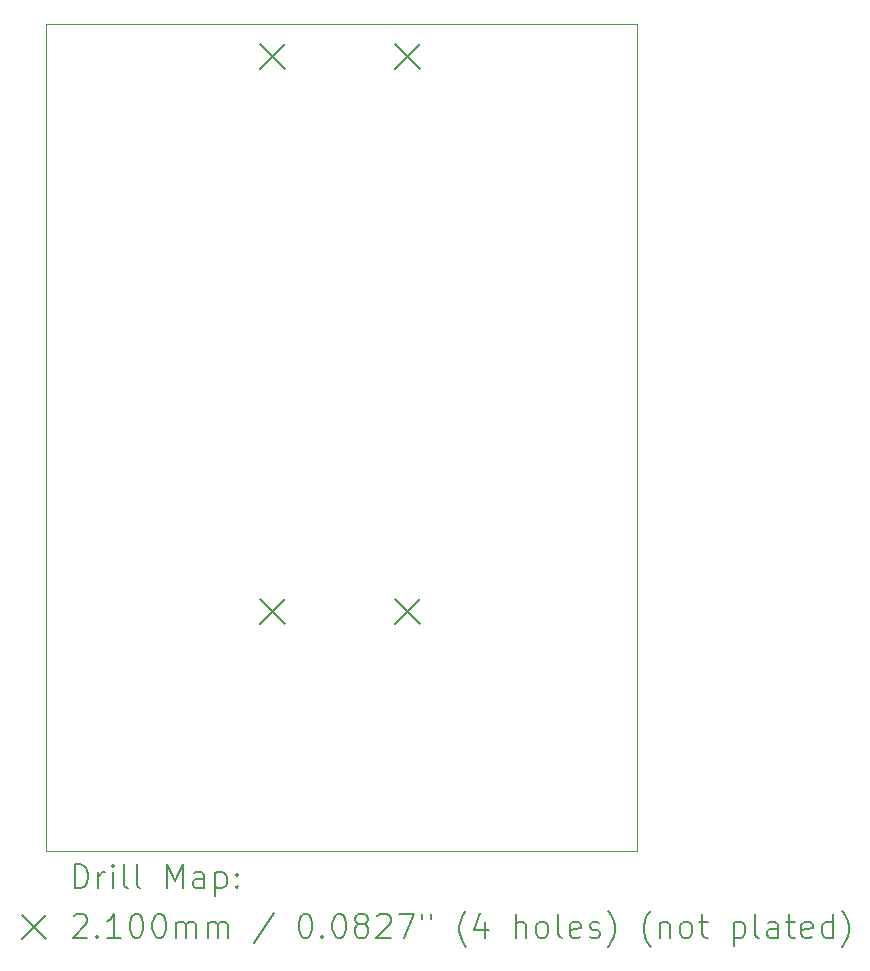
<source format=gbr>
%TF.GenerationSoftware,KiCad,Pcbnew,7.0.1*%
%TF.CreationDate,2023-04-10T15:25:29+01:00*%
%TF.ProjectId,pico-joystick,7069636f-2d6a-46f7-9973-7469636b2e6b,rev?*%
%TF.SameCoordinates,Original*%
%TF.FileFunction,Drillmap*%
%TF.FilePolarity,Positive*%
%FSLAX45Y45*%
G04 Gerber Fmt 4.5, Leading zero omitted, Abs format (unit mm)*
G04 Created by KiCad (PCBNEW 7.0.1) date 2023-04-10 15:25:29*
%MOMM*%
%LPD*%
G01*
G04 APERTURE LIST*
%ADD10C,0.100000*%
%ADD11C,0.200000*%
%ADD12C,0.210000*%
G04 APERTURE END LIST*
D10*
X12740000Y-6000000D02*
X17740000Y-6000000D01*
X17740000Y-13000000D01*
X12740000Y-13000000D01*
X12740000Y-6000000D01*
D11*
D12*
X14555000Y-6171000D02*
X14765000Y-6381000D01*
X14765000Y-6171000D02*
X14555000Y-6381000D01*
X14555000Y-10871000D02*
X14765000Y-11081000D01*
X14765000Y-10871000D02*
X14555000Y-11081000D01*
X15695000Y-6171000D02*
X15905000Y-6381000D01*
X15905000Y-6171000D02*
X15695000Y-6381000D01*
X15695000Y-10871000D02*
X15905000Y-11081000D01*
X15905000Y-10871000D02*
X15695000Y-11081000D01*
D11*
X12982619Y-13317524D02*
X12982619Y-13117524D01*
X12982619Y-13117524D02*
X13030238Y-13117524D01*
X13030238Y-13117524D02*
X13058809Y-13127048D01*
X13058809Y-13127048D02*
X13077857Y-13146095D01*
X13077857Y-13146095D02*
X13087381Y-13165143D01*
X13087381Y-13165143D02*
X13096905Y-13203238D01*
X13096905Y-13203238D02*
X13096905Y-13231809D01*
X13096905Y-13231809D02*
X13087381Y-13269905D01*
X13087381Y-13269905D02*
X13077857Y-13288952D01*
X13077857Y-13288952D02*
X13058809Y-13308000D01*
X13058809Y-13308000D02*
X13030238Y-13317524D01*
X13030238Y-13317524D02*
X12982619Y-13317524D01*
X13182619Y-13317524D02*
X13182619Y-13184190D01*
X13182619Y-13222286D02*
X13192143Y-13203238D01*
X13192143Y-13203238D02*
X13201667Y-13193714D01*
X13201667Y-13193714D02*
X13220714Y-13184190D01*
X13220714Y-13184190D02*
X13239762Y-13184190D01*
X13306428Y-13317524D02*
X13306428Y-13184190D01*
X13306428Y-13117524D02*
X13296905Y-13127048D01*
X13296905Y-13127048D02*
X13306428Y-13136571D01*
X13306428Y-13136571D02*
X13315952Y-13127048D01*
X13315952Y-13127048D02*
X13306428Y-13117524D01*
X13306428Y-13117524D02*
X13306428Y-13136571D01*
X13430238Y-13317524D02*
X13411190Y-13308000D01*
X13411190Y-13308000D02*
X13401667Y-13288952D01*
X13401667Y-13288952D02*
X13401667Y-13117524D01*
X13535000Y-13317524D02*
X13515952Y-13308000D01*
X13515952Y-13308000D02*
X13506428Y-13288952D01*
X13506428Y-13288952D02*
X13506428Y-13117524D01*
X13763571Y-13317524D02*
X13763571Y-13117524D01*
X13763571Y-13117524D02*
X13830238Y-13260381D01*
X13830238Y-13260381D02*
X13896905Y-13117524D01*
X13896905Y-13117524D02*
X13896905Y-13317524D01*
X14077857Y-13317524D02*
X14077857Y-13212762D01*
X14077857Y-13212762D02*
X14068333Y-13193714D01*
X14068333Y-13193714D02*
X14049286Y-13184190D01*
X14049286Y-13184190D02*
X14011190Y-13184190D01*
X14011190Y-13184190D02*
X13992143Y-13193714D01*
X14077857Y-13308000D02*
X14058809Y-13317524D01*
X14058809Y-13317524D02*
X14011190Y-13317524D01*
X14011190Y-13317524D02*
X13992143Y-13308000D01*
X13992143Y-13308000D02*
X13982619Y-13288952D01*
X13982619Y-13288952D02*
X13982619Y-13269905D01*
X13982619Y-13269905D02*
X13992143Y-13250857D01*
X13992143Y-13250857D02*
X14011190Y-13241333D01*
X14011190Y-13241333D02*
X14058809Y-13241333D01*
X14058809Y-13241333D02*
X14077857Y-13231809D01*
X14173095Y-13184190D02*
X14173095Y-13384190D01*
X14173095Y-13193714D02*
X14192143Y-13184190D01*
X14192143Y-13184190D02*
X14230238Y-13184190D01*
X14230238Y-13184190D02*
X14249286Y-13193714D01*
X14249286Y-13193714D02*
X14258809Y-13203238D01*
X14258809Y-13203238D02*
X14268333Y-13222286D01*
X14268333Y-13222286D02*
X14268333Y-13279428D01*
X14268333Y-13279428D02*
X14258809Y-13298476D01*
X14258809Y-13298476D02*
X14249286Y-13308000D01*
X14249286Y-13308000D02*
X14230238Y-13317524D01*
X14230238Y-13317524D02*
X14192143Y-13317524D01*
X14192143Y-13317524D02*
X14173095Y-13308000D01*
X14354048Y-13298476D02*
X14363571Y-13308000D01*
X14363571Y-13308000D02*
X14354048Y-13317524D01*
X14354048Y-13317524D02*
X14344524Y-13308000D01*
X14344524Y-13308000D02*
X14354048Y-13298476D01*
X14354048Y-13298476D02*
X14354048Y-13317524D01*
X14354048Y-13193714D02*
X14363571Y-13203238D01*
X14363571Y-13203238D02*
X14354048Y-13212762D01*
X14354048Y-13212762D02*
X14344524Y-13203238D01*
X14344524Y-13203238D02*
X14354048Y-13193714D01*
X14354048Y-13193714D02*
X14354048Y-13212762D01*
X12535000Y-13545000D02*
X12735000Y-13745000D01*
X12735000Y-13545000D02*
X12535000Y-13745000D01*
X12973095Y-13556571D02*
X12982619Y-13547048D01*
X12982619Y-13547048D02*
X13001667Y-13537524D01*
X13001667Y-13537524D02*
X13049286Y-13537524D01*
X13049286Y-13537524D02*
X13068333Y-13547048D01*
X13068333Y-13547048D02*
X13077857Y-13556571D01*
X13077857Y-13556571D02*
X13087381Y-13575619D01*
X13087381Y-13575619D02*
X13087381Y-13594667D01*
X13087381Y-13594667D02*
X13077857Y-13623238D01*
X13077857Y-13623238D02*
X12963571Y-13737524D01*
X12963571Y-13737524D02*
X13087381Y-13737524D01*
X13173095Y-13718476D02*
X13182619Y-13728000D01*
X13182619Y-13728000D02*
X13173095Y-13737524D01*
X13173095Y-13737524D02*
X13163571Y-13728000D01*
X13163571Y-13728000D02*
X13173095Y-13718476D01*
X13173095Y-13718476D02*
X13173095Y-13737524D01*
X13373095Y-13737524D02*
X13258809Y-13737524D01*
X13315952Y-13737524D02*
X13315952Y-13537524D01*
X13315952Y-13537524D02*
X13296905Y-13566095D01*
X13296905Y-13566095D02*
X13277857Y-13585143D01*
X13277857Y-13585143D02*
X13258809Y-13594667D01*
X13496905Y-13537524D02*
X13515952Y-13537524D01*
X13515952Y-13537524D02*
X13535000Y-13547048D01*
X13535000Y-13547048D02*
X13544524Y-13556571D01*
X13544524Y-13556571D02*
X13554048Y-13575619D01*
X13554048Y-13575619D02*
X13563571Y-13613714D01*
X13563571Y-13613714D02*
X13563571Y-13661333D01*
X13563571Y-13661333D02*
X13554048Y-13699428D01*
X13554048Y-13699428D02*
X13544524Y-13718476D01*
X13544524Y-13718476D02*
X13535000Y-13728000D01*
X13535000Y-13728000D02*
X13515952Y-13737524D01*
X13515952Y-13737524D02*
X13496905Y-13737524D01*
X13496905Y-13737524D02*
X13477857Y-13728000D01*
X13477857Y-13728000D02*
X13468333Y-13718476D01*
X13468333Y-13718476D02*
X13458809Y-13699428D01*
X13458809Y-13699428D02*
X13449286Y-13661333D01*
X13449286Y-13661333D02*
X13449286Y-13613714D01*
X13449286Y-13613714D02*
X13458809Y-13575619D01*
X13458809Y-13575619D02*
X13468333Y-13556571D01*
X13468333Y-13556571D02*
X13477857Y-13547048D01*
X13477857Y-13547048D02*
X13496905Y-13537524D01*
X13687381Y-13537524D02*
X13706429Y-13537524D01*
X13706429Y-13537524D02*
X13725476Y-13547048D01*
X13725476Y-13547048D02*
X13735000Y-13556571D01*
X13735000Y-13556571D02*
X13744524Y-13575619D01*
X13744524Y-13575619D02*
X13754048Y-13613714D01*
X13754048Y-13613714D02*
X13754048Y-13661333D01*
X13754048Y-13661333D02*
X13744524Y-13699428D01*
X13744524Y-13699428D02*
X13735000Y-13718476D01*
X13735000Y-13718476D02*
X13725476Y-13728000D01*
X13725476Y-13728000D02*
X13706429Y-13737524D01*
X13706429Y-13737524D02*
X13687381Y-13737524D01*
X13687381Y-13737524D02*
X13668333Y-13728000D01*
X13668333Y-13728000D02*
X13658809Y-13718476D01*
X13658809Y-13718476D02*
X13649286Y-13699428D01*
X13649286Y-13699428D02*
X13639762Y-13661333D01*
X13639762Y-13661333D02*
X13639762Y-13613714D01*
X13639762Y-13613714D02*
X13649286Y-13575619D01*
X13649286Y-13575619D02*
X13658809Y-13556571D01*
X13658809Y-13556571D02*
X13668333Y-13547048D01*
X13668333Y-13547048D02*
X13687381Y-13537524D01*
X13839762Y-13737524D02*
X13839762Y-13604190D01*
X13839762Y-13623238D02*
X13849286Y-13613714D01*
X13849286Y-13613714D02*
X13868333Y-13604190D01*
X13868333Y-13604190D02*
X13896905Y-13604190D01*
X13896905Y-13604190D02*
X13915952Y-13613714D01*
X13915952Y-13613714D02*
X13925476Y-13632762D01*
X13925476Y-13632762D02*
X13925476Y-13737524D01*
X13925476Y-13632762D02*
X13935000Y-13613714D01*
X13935000Y-13613714D02*
X13954048Y-13604190D01*
X13954048Y-13604190D02*
X13982619Y-13604190D01*
X13982619Y-13604190D02*
X14001667Y-13613714D01*
X14001667Y-13613714D02*
X14011190Y-13632762D01*
X14011190Y-13632762D02*
X14011190Y-13737524D01*
X14106429Y-13737524D02*
X14106429Y-13604190D01*
X14106429Y-13623238D02*
X14115952Y-13613714D01*
X14115952Y-13613714D02*
X14135000Y-13604190D01*
X14135000Y-13604190D02*
X14163571Y-13604190D01*
X14163571Y-13604190D02*
X14182619Y-13613714D01*
X14182619Y-13613714D02*
X14192143Y-13632762D01*
X14192143Y-13632762D02*
X14192143Y-13737524D01*
X14192143Y-13632762D02*
X14201667Y-13613714D01*
X14201667Y-13613714D02*
X14220714Y-13604190D01*
X14220714Y-13604190D02*
X14249286Y-13604190D01*
X14249286Y-13604190D02*
X14268333Y-13613714D01*
X14268333Y-13613714D02*
X14277857Y-13632762D01*
X14277857Y-13632762D02*
X14277857Y-13737524D01*
X14668333Y-13528000D02*
X14496905Y-13785143D01*
X14925476Y-13537524D02*
X14944524Y-13537524D01*
X14944524Y-13537524D02*
X14963572Y-13547048D01*
X14963572Y-13547048D02*
X14973095Y-13556571D01*
X14973095Y-13556571D02*
X14982619Y-13575619D01*
X14982619Y-13575619D02*
X14992143Y-13613714D01*
X14992143Y-13613714D02*
X14992143Y-13661333D01*
X14992143Y-13661333D02*
X14982619Y-13699428D01*
X14982619Y-13699428D02*
X14973095Y-13718476D01*
X14973095Y-13718476D02*
X14963572Y-13728000D01*
X14963572Y-13728000D02*
X14944524Y-13737524D01*
X14944524Y-13737524D02*
X14925476Y-13737524D01*
X14925476Y-13737524D02*
X14906429Y-13728000D01*
X14906429Y-13728000D02*
X14896905Y-13718476D01*
X14896905Y-13718476D02*
X14887381Y-13699428D01*
X14887381Y-13699428D02*
X14877857Y-13661333D01*
X14877857Y-13661333D02*
X14877857Y-13613714D01*
X14877857Y-13613714D02*
X14887381Y-13575619D01*
X14887381Y-13575619D02*
X14896905Y-13556571D01*
X14896905Y-13556571D02*
X14906429Y-13547048D01*
X14906429Y-13547048D02*
X14925476Y-13537524D01*
X15077857Y-13718476D02*
X15087381Y-13728000D01*
X15087381Y-13728000D02*
X15077857Y-13737524D01*
X15077857Y-13737524D02*
X15068333Y-13728000D01*
X15068333Y-13728000D02*
X15077857Y-13718476D01*
X15077857Y-13718476D02*
X15077857Y-13737524D01*
X15211191Y-13537524D02*
X15230238Y-13537524D01*
X15230238Y-13537524D02*
X15249286Y-13547048D01*
X15249286Y-13547048D02*
X15258810Y-13556571D01*
X15258810Y-13556571D02*
X15268333Y-13575619D01*
X15268333Y-13575619D02*
X15277857Y-13613714D01*
X15277857Y-13613714D02*
X15277857Y-13661333D01*
X15277857Y-13661333D02*
X15268333Y-13699428D01*
X15268333Y-13699428D02*
X15258810Y-13718476D01*
X15258810Y-13718476D02*
X15249286Y-13728000D01*
X15249286Y-13728000D02*
X15230238Y-13737524D01*
X15230238Y-13737524D02*
X15211191Y-13737524D01*
X15211191Y-13737524D02*
X15192143Y-13728000D01*
X15192143Y-13728000D02*
X15182619Y-13718476D01*
X15182619Y-13718476D02*
X15173095Y-13699428D01*
X15173095Y-13699428D02*
X15163572Y-13661333D01*
X15163572Y-13661333D02*
X15163572Y-13613714D01*
X15163572Y-13613714D02*
X15173095Y-13575619D01*
X15173095Y-13575619D02*
X15182619Y-13556571D01*
X15182619Y-13556571D02*
X15192143Y-13547048D01*
X15192143Y-13547048D02*
X15211191Y-13537524D01*
X15392143Y-13623238D02*
X15373095Y-13613714D01*
X15373095Y-13613714D02*
X15363572Y-13604190D01*
X15363572Y-13604190D02*
X15354048Y-13585143D01*
X15354048Y-13585143D02*
X15354048Y-13575619D01*
X15354048Y-13575619D02*
X15363572Y-13556571D01*
X15363572Y-13556571D02*
X15373095Y-13547048D01*
X15373095Y-13547048D02*
X15392143Y-13537524D01*
X15392143Y-13537524D02*
X15430238Y-13537524D01*
X15430238Y-13537524D02*
X15449286Y-13547048D01*
X15449286Y-13547048D02*
X15458810Y-13556571D01*
X15458810Y-13556571D02*
X15468333Y-13575619D01*
X15468333Y-13575619D02*
X15468333Y-13585143D01*
X15468333Y-13585143D02*
X15458810Y-13604190D01*
X15458810Y-13604190D02*
X15449286Y-13613714D01*
X15449286Y-13613714D02*
X15430238Y-13623238D01*
X15430238Y-13623238D02*
X15392143Y-13623238D01*
X15392143Y-13623238D02*
X15373095Y-13632762D01*
X15373095Y-13632762D02*
X15363572Y-13642286D01*
X15363572Y-13642286D02*
X15354048Y-13661333D01*
X15354048Y-13661333D02*
X15354048Y-13699428D01*
X15354048Y-13699428D02*
X15363572Y-13718476D01*
X15363572Y-13718476D02*
X15373095Y-13728000D01*
X15373095Y-13728000D02*
X15392143Y-13737524D01*
X15392143Y-13737524D02*
X15430238Y-13737524D01*
X15430238Y-13737524D02*
X15449286Y-13728000D01*
X15449286Y-13728000D02*
X15458810Y-13718476D01*
X15458810Y-13718476D02*
X15468333Y-13699428D01*
X15468333Y-13699428D02*
X15468333Y-13661333D01*
X15468333Y-13661333D02*
X15458810Y-13642286D01*
X15458810Y-13642286D02*
X15449286Y-13632762D01*
X15449286Y-13632762D02*
X15430238Y-13623238D01*
X15544524Y-13556571D02*
X15554048Y-13547048D01*
X15554048Y-13547048D02*
X15573095Y-13537524D01*
X15573095Y-13537524D02*
X15620714Y-13537524D01*
X15620714Y-13537524D02*
X15639762Y-13547048D01*
X15639762Y-13547048D02*
X15649286Y-13556571D01*
X15649286Y-13556571D02*
X15658810Y-13575619D01*
X15658810Y-13575619D02*
X15658810Y-13594667D01*
X15658810Y-13594667D02*
X15649286Y-13623238D01*
X15649286Y-13623238D02*
X15535000Y-13737524D01*
X15535000Y-13737524D02*
X15658810Y-13737524D01*
X15725476Y-13537524D02*
X15858810Y-13537524D01*
X15858810Y-13537524D02*
X15773095Y-13737524D01*
X15925476Y-13537524D02*
X15925476Y-13575619D01*
X16001667Y-13537524D02*
X16001667Y-13575619D01*
X16296905Y-13813714D02*
X16287381Y-13804190D01*
X16287381Y-13804190D02*
X16268334Y-13775619D01*
X16268334Y-13775619D02*
X16258810Y-13756571D01*
X16258810Y-13756571D02*
X16249286Y-13728000D01*
X16249286Y-13728000D02*
X16239762Y-13680381D01*
X16239762Y-13680381D02*
X16239762Y-13642286D01*
X16239762Y-13642286D02*
X16249286Y-13594667D01*
X16249286Y-13594667D02*
X16258810Y-13566095D01*
X16258810Y-13566095D02*
X16268334Y-13547048D01*
X16268334Y-13547048D02*
X16287381Y-13518476D01*
X16287381Y-13518476D02*
X16296905Y-13508952D01*
X16458810Y-13604190D02*
X16458810Y-13737524D01*
X16411191Y-13528000D02*
X16363572Y-13670857D01*
X16363572Y-13670857D02*
X16487381Y-13670857D01*
X16715953Y-13737524D02*
X16715953Y-13537524D01*
X16801667Y-13737524D02*
X16801667Y-13632762D01*
X16801667Y-13632762D02*
X16792143Y-13613714D01*
X16792143Y-13613714D02*
X16773096Y-13604190D01*
X16773096Y-13604190D02*
X16744524Y-13604190D01*
X16744524Y-13604190D02*
X16725476Y-13613714D01*
X16725476Y-13613714D02*
X16715953Y-13623238D01*
X16925477Y-13737524D02*
X16906429Y-13728000D01*
X16906429Y-13728000D02*
X16896905Y-13718476D01*
X16896905Y-13718476D02*
X16887381Y-13699428D01*
X16887381Y-13699428D02*
X16887381Y-13642286D01*
X16887381Y-13642286D02*
X16896905Y-13623238D01*
X16896905Y-13623238D02*
X16906429Y-13613714D01*
X16906429Y-13613714D02*
X16925477Y-13604190D01*
X16925477Y-13604190D02*
X16954048Y-13604190D01*
X16954048Y-13604190D02*
X16973096Y-13613714D01*
X16973096Y-13613714D02*
X16982619Y-13623238D01*
X16982619Y-13623238D02*
X16992143Y-13642286D01*
X16992143Y-13642286D02*
X16992143Y-13699428D01*
X16992143Y-13699428D02*
X16982619Y-13718476D01*
X16982619Y-13718476D02*
X16973096Y-13728000D01*
X16973096Y-13728000D02*
X16954048Y-13737524D01*
X16954048Y-13737524D02*
X16925477Y-13737524D01*
X17106429Y-13737524D02*
X17087381Y-13728000D01*
X17087381Y-13728000D02*
X17077858Y-13708952D01*
X17077858Y-13708952D02*
X17077858Y-13537524D01*
X17258810Y-13728000D02*
X17239762Y-13737524D01*
X17239762Y-13737524D02*
X17201667Y-13737524D01*
X17201667Y-13737524D02*
X17182619Y-13728000D01*
X17182619Y-13728000D02*
X17173096Y-13708952D01*
X17173096Y-13708952D02*
X17173096Y-13632762D01*
X17173096Y-13632762D02*
X17182619Y-13613714D01*
X17182619Y-13613714D02*
X17201667Y-13604190D01*
X17201667Y-13604190D02*
X17239762Y-13604190D01*
X17239762Y-13604190D02*
X17258810Y-13613714D01*
X17258810Y-13613714D02*
X17268334Y-13632762D01*
X17268334Y-13632762D02*
X17268334Y-13651809D01*
X17268334Y-13651809D02*
X17173096Y-13670857D01*
X17344524Y-13728000D02*
X17363572Y-13737524D01*
X17363572Y-13737524D02*
X17401667Y-13737524D01*
X17401667Y-13737524D02*
X17420715Y-13728000D01*
X17420715Y-13728000D02*
X17430239Y-13708952D01*
X17430239Y-13708952D02*
X17430239Y-13699428D01*
X17430239Y-13699428D02*
X17420715Y-13680381D01*
X17420715Y-13680381D02*
X17401667Y-13670857D01*
X17401667Y-13670857D02*
X17373096Y-13670857D01*
X17373096Y-13670857D02*
X17354048Y-13661333D01*
X17354048Y-13661333D02*
X17344524Y-13642286D01*
X17344524Y-13642286D02*
X17344524Y-13632762D01*
X17344524Y-13632762D02*
X17354048Y-13613714D01*
X17354048Y-13613714D02*
X17373096Y-13604190D01*
X17373096Y-13604190D02*
X17401667Y-13604190D01*
X17401667Y-13604190D02*
X17420715Y-13613714D01*
X17496905Y-13813714D02*
X17506429Y-13804190D01*
X17506429Y-13804190D02*
X17525477Y-13775619D01*
X17525477Y-13775619D02*
X17535000Y-13756571D01*
X17535000Y-13756571D02*
X17544524Y-13728000D01*
X17544524Y-13728000D02*
X17554048Y-13680381D01*
X17554048Y-13680381D02*
X17554048Y-13642286D01*
X17554048Y-13642286D02*
X17544524Y-13594667D01*
X17544524Y-13594667D02*
X17535000Y-13566095D01*
X17535000Y-13566095D02*
X17525477Y-13547048D01*
X17525477Y-13547048D02*
X17506429Y-13518476D01*
X17506429Y-13518476D02*
X17496905Y-13508952D01*
X17858810Y-13813714D02*
X17849286Y-13804190D01*
X17849286Y-13804190D02*
X17830239Y-13775619D01*
X17830239Y-13775619D02*
X17820715Y-13756571D01*
X17820715Y-13756571D02*
X17811191Y-13728000D01*
X17811191Y-13728000D02*
X17801667Y-13680381D01*
X17801667Y-13680381D02*
X17801667Y-13642286D01*
X17801667Y-13642286D02*
X17811191Y-13594667D01*
X17811191Y-13594667D02*
X17820715Y-13566095D01*
X17820715Y-13566095D02*
X17830239Y-13547048D01*
X17830239Y-13547048D02*
X17849286Y-13518476D01*
X17849286Y-13518476D02*
X17858810Y-13508952D01*
X17935000Y-13604190D02*
X17935000Y-13737524D01*
X17935000Y-13623238D02*
X17944524Y-13613714D01*
X17944524Y-13613714D02*
X17963572Y-13604190D01*
X17963572Y-13604190D02*
X17992143Y-13604190D01*
X17992143Y-13604190D02*
X18011191Y-13613714D01*
X18011191Y-13613714D02*
X18020715Y-13632762D01*
X18020715Y-13632762D02*
X18020715Y-13737524D01*
X18144524Y-13737524D02*
X18125477Y-13728000D01*
X18125477Y-13728000D02*
X18115953Y-13718476D01*
X18115953Y-13718476D02*
X18106429Y-13699428D01*
X18106429Y-13699428D02*
X18106429Y-13642286D01*
X18106429Y-13642286D02*
X18115953Y-13623238D01*
X18115953Y-13623238D02*
X18125477Y-13613714D01*
X18125477Y-13613714D02*
X18144524Y-13604190D01*
X18144524Y-13604190D02*
X18173096Y-13604190D01*
X18173096Y-13604190D02*
X18192143Y-13613714D01*
X18192143Y-13613714D02*
X18201667Y-13623238D01*
X18201667Y-13623238D02*
X18211191Y-13642286D01*
X18211191Y-13642286D02*
X18211191Y-13699428D01*
X18211191Y-13699428D02*
X18201667Y-13718476D01*
X18201667Y-13718476D02*
X18192143Y-13728000D01*
X18192143Y-13728000D02*
X18173096Y-13737524D01*
X18173096Y-13737524D02*
X18144524Y-13737524D01*
X18268334Y-13604190D02*
X18344524Y-13604190D01*
X18296905Y-13537524D02*
X18296905Y-13708952D01*
X18296905Y-13708952D02*
X18306429Y-13728000D01*
X18306429Y-13728000D02*
X18325477Y-13737524D01*
X18325477Y-13737524D02*
X18344524Y-13737524D01*
X18563572Y-13604190D02*
X18563572Y-13804190D01*
X18563572Y-13613714D02*
X18582620Y-13604190D01*
X18582620Y-13604190D02*
X18620715Y-13604190D01*
X18620715Y-13604190D02*
X18639762Y-13613714D01*
X18639762Y-13613714D02*
X18649286Y-13623238D01*
X18649286Y-13623238D02*
X18658810Y-13642286D01*
X18658810Y-13642286D02*
X18658810Y-13699428D01*
X18658810Y-13699428D02*
X18649286Y-13718476D01*
X18649286Y-13718476D02*
X18639762Y-13728000D01*
X18639762Y-13728000D02*
X18620715Y-13737524D01*
X18620715Y-13737524D02*
X18582620Y-13737524D01*
X18582620Y-13737524D02*
X18563572Y-13728000D01*
X18773096Y-13737524D02*
X18754048Y-13728000D01*
X18754048Y-13728000D02*
X18744524Y-13708952D01*
X18744524Y-13708952D02*
X18744524Y-13537524D01*
X18935001Y-13737524D02*
X18935001Y-13632762D01*
X18935001Y-13632762D02*
X18925477Y-13613714D01*
X18925477Y-13613714D02*
X18906429Y-13604190D01*
X18906429Y-13604190D02*
X18868334Y-13604190D01*
X18868334Y-13604190D02*
X18849286Y-13613714D01*
X18935001Y-13728000D02*
X18915953Y-13737524D01*
X18915953Y-13737524D02*
X18868334Y-13737524D01*
X18868334Y-13737524D02*
X18849286Y-13728000D01*
X18849286Y-13728000D02*
X18839762Y-13708952D01*
X18839762Y-13708952D02*
X18839762Y-13689905D01*
X18839762Y-13689905D02*
X18849286Y-13670857D01*
X18849286Y-13670857D02*
X18868334Y-13661333D01*
X18868334Y-13661333D02*
X18915953Y-13661333D01*
X18915953Y-13661333D02*
X18935001Y-13651809D01*
X19001667Y-13604190D02*
X19077858Y-13604190D01*
X19030239Y-13537524D02*
X19030239Y-13708952D01*
X19030239Y-13708952D02*
X19039762Y-13728000D01*
X19039762Y-13728000D02*
X19058810Y-13737524D01*
X19058810Y-13737524D02*
X19077858Y-13737524D01*
X19220715Y-13728000D02*
X19201667Y-13737524D01*
X19201667Y-13737524D02*
X19163572Y-13737524D01*
X19163572Y-13737524D02*
X19144524Y-13728000D01*
X19144524Y-13728000D02*
X19135001Y-13708952D01*
X19135001Y-13708952D02*
X19135001Y-13632762D01*
X19135001Y-13632762D02*
X19144524Y-13613714D01*
X19144524Y-13613714D02*
X19163572Y-13604190D01*
X19163572Y-13604190D02*
X19201667Y-13604190D01*
X19201667Y-13604190D02*
X19220715Y-13613714D01*
X19220715Y-13613714D02*
X19230239Y-13632762D01*
X19230239Y-13632762D02*
X19230239Y-13651809D01*
X19230239Y-13651809D02*
X19135001Y-13670857D01*
X19401667Y-13737524D02*
X19401667Y-13537524D01*
X19401667Y-13728000D02*
X19382620Y-13737524D01*
X19382620Y-13737524D02*
X19344524Y-13737524D01*
X19344524Y-13737524D02*
X19325477Y-13728000D01*
X19325477Y-13728000D02*
X19315953Y-13718476D01*
X19315953Y-13718476D02*
X19306429Y-13699428D01*
X19306429Y-13699428D02*
X19306429Y-13642286D01*
X19306429Y-13642286D02*
X19315953Y-13623238D01*
X19315953Y-13623238D02*
X19325477Y-13613714D01*
X19325477Y-13613714D02*
X19344524Y-13604190D01*
X19344524Y-13604190D02*
X19382620Y-13604190D01*
X19382620Y-13604190D02*
X19401667Y-13613714D01*
X19477858Y-13813714D02*
X19487382Y-13804190D01*
X19487382Y-13804190D02*
X19506429Y-13775619D01*
X19506429Y-13775619D02*
X19515953Y-13756571D01*
X19515953Y-13756571D02*
X19525477Y-13728000D01*
X19525477Y-13728000D02*
X19535001Y-13680381D01*
X19535001Y-13680381D02*
X19535001Y-13642286D01*
X19535001Y-13642286D02*
X19525477Y-13594667D01*
X19525477Y-13594667D02*
X19515953Y-13566095D01*
X19515953Y-13566095D02*
X19506429Y-13547048D01*
X19506429Y-13547048D02*
X19487382Y-13518476D01*
X19487382Y-13518476D02*
X19477858Y-13508952D01*
M02*

</source>
